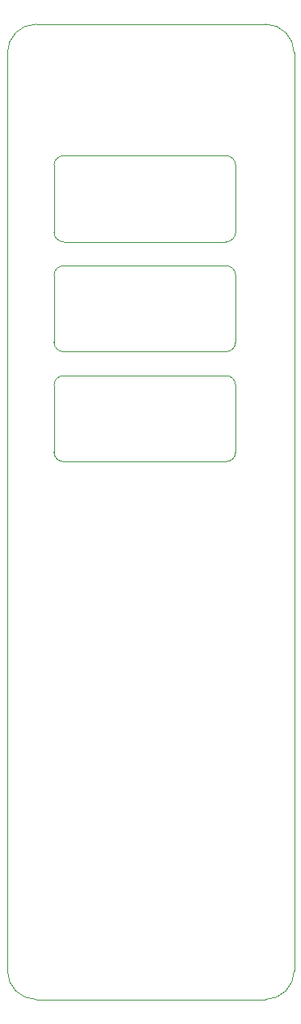
<source format=gbr>
%TF.GenerationSoftware,KiCad,Pcbnew,9.0.1*%
%TF.CreationDate,2025-05-19T14:39:27+10:00*%
%TF.ProjectId,Power,506f7765-722e-46b6-9963-61645f706362,rev?*%
%TF.SameCoordinates,Original*%
%TF.FileFunction,Profile,NP*%
%FSLAX46Y46*%
G04 Gerber Fmt 4.6, Leading zero omitted, Abs format (unit mm)*
G04 Created by KiCad (PCBNEW 9.0.1) date 2025-05-19 14:39:27*
%MOMM*%
%LPD*%
G01*
G04 APERTURE LIST*
%TA.AperFunction,Profile*%
%ADD10C,0.050000*%
%TD*%
G04 APERTURE END LIST*
D10*
X100000000Y-43000000D02*
X100000000Y-139000000D01*
X127000000Y-40000000D02*
X103000000Y-40000000D01*
X130000000Y-139000000D02*
X130000000Y-43000000D01*
X103000000Y-142000000D02*
X127000000Y-142000000D01*
X103000000Y-142000000D02*
G75*
G02*
X100000000Y-139000000I0J3000000D01*
G01*
X130000000Y-139000000D02*
G75*
G02*
X127000000Y-142000000I-3000000J0D01*
G01*
X100000000Y-43000000D02*
G75*
G02*
X103000000Y-40000000I3000000J0D01*
G01*
X127000000Y-40000000D02*
G75*
G02*
X130000000Y-43000000I0J-3000000D01*
G01*
%TO.C,C3*%
X104875000Y-77760000D02*
X104875000Y-84760000D01*
X105875000Y-85760000D02*
X122875000Y-85760000D01*
X122875000Y-76760000D02*
X105875000Y-76760000D01*
X123875000Y-84760000D02*
X123875000Y-77760000D01*
X104875000Y-77760000D02*
G75*
G02*
X105875000Y-76760000I1000000J0D01*
G01*
X105875000Y-85760000D02*
G75*
G02*
X104875000Y-84760000I-1J999999D01*
G01*
X122875000Y-76760000D02*
G75*
G02*
X123875000Y-77760000I0J-1000000D01*
G01*
X123875000Y-84760000D02*
G75*
G02*
X122875000Y-85760000I-999999J-1D01*
G01*
%TO.C,C1*%
X123875000Y-61760000D02*
G75*
G02*
X122875000Y-62760000I-999999J-1D01*
G01*
X122875000Y-53760000D02*
G75*
G02*
X123875000Y-54760000I0J-1000000D01*
G01*
X105875000Y-62760000D02*
G75*
G02*
X104875000Y-61760000I-1J999999D01*
G01*
X104875000Y-54760000D02*
G75*
G02*
X105875000Y-53760000I1000000J0D01*
G01*
X123875000Y-61760000D02*
X123875000Y-54760000D01*
X122875000Y-53760000D02*
X105875000Y-53760000D01*
X105875000Y-62760000D02*
X122875000Y-62760000D01*
X104875000Y-54760000D02*
X104875000Y-61760000D01*
%TO.C,C2*%
X123875000Y-73260000D02*
G75*
G02*
X122875000Y-74260000I-999999J-1D01*
G01*
X122875000Y-65260000D02*
G75*
G02*
X123875000Y-66260000I0J-1000000D01*
G01*
X105875000Y-74260000D02*
G75*
G02*
X104875000Y-73260000I-1J999999D01*
G01*
X104875000Y-66260000D02*
G75*
G02*
X105875000Y-65260000I1000000J0D01*
G01*
X123875000Y-73260000D02*
X123875000Y-66260000D01*
X122875000Y-65260000D02*
X105875000Y-65260000D01*
X105875000Y-74260000D02*
X122875000Y-74260000D01*
X104875000Y-66260000D02*
X104875000Y-73260000D01*
%TD*%
M02*

</source>
